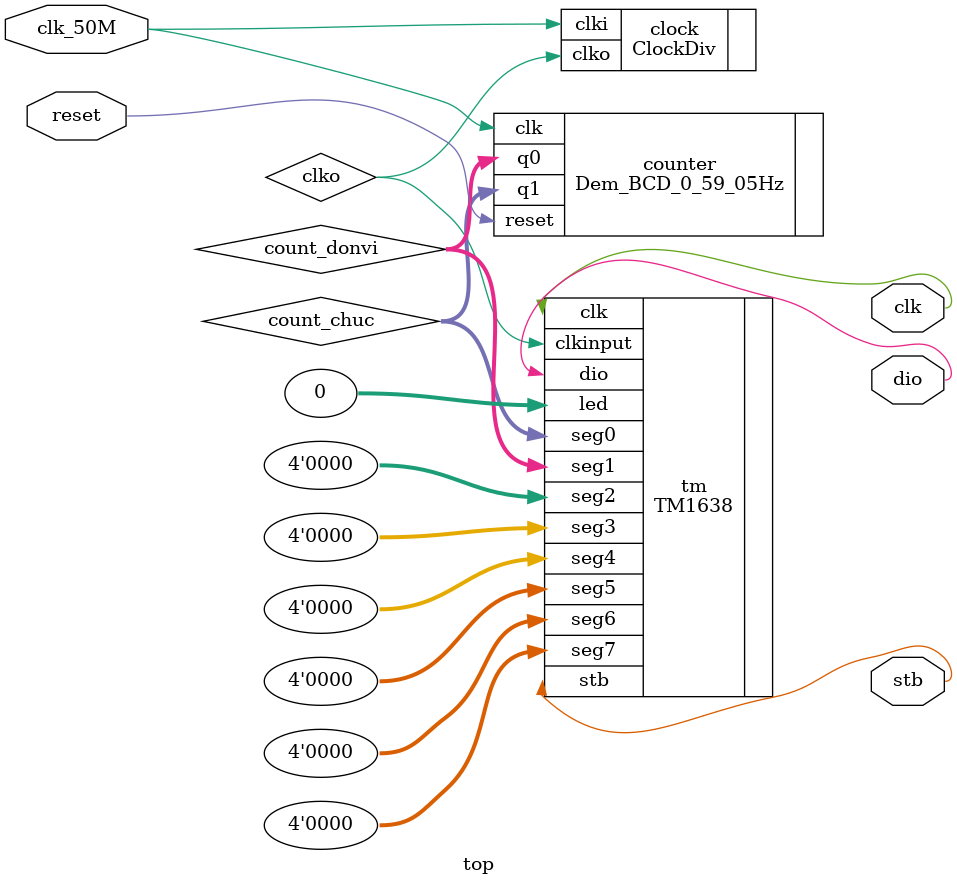
<source format=v>
`timescale 1ns / 1ps
module top(
    input clk_50M,
	 input wire reset,
    output wire clk,
    output wire stb,
    output wire dio
    );

	wire clko;
	wire [3:0] count_chuc;   // 0 - 5
	wire [3:0] count_donvi;  // 0 - 9
	
	ClockDiv clock (.clki(clk_50M), .clko(clko));
	wire [4:0] seg [7:0];
	
	Dem_BCD_0_59_05Hz counter (
		.clk(clk_50M),
		.reset(reset),
		.q1(count_chuc),   // 0 - 5
		.q0(count_donvi)   // 0 - 9
    );
	 
	
	TM1638 tm (
		.led(0),
		.seg7(4'd0),
		.seg6(4'd0),
		.seg5(4'd0),
		.seg4(4'd0),
		.seg3(4'd0),
		.seg2(4'd0),
		.seg1(count_donvi),
		.seg0(count_chuc),
		.clkinput(clko),
		.clk(clk),
		.stb(stb),
		.dio(dio)
	);

endmodule

</source>
